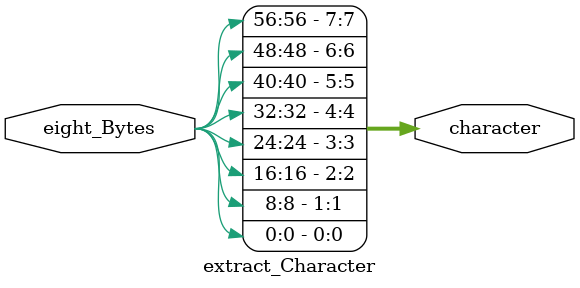
<source format=v>
`timescale 1ns / 1ps

module extract_Character(input [63:0] eight_Bytes,output [7:0] character);
//module extract_Character(input [63:0] eight_Bytes, eight_Bytes2,output [15:0] character);//output wire delimiter);
    assign character[0] = eight_Bytes[8*0];
    assign character[1] = eight_Bytes[8*1];
    assign character[2] = eight_Bytes[8*2];
    assign character[3] = eight_Bytes[8*3];
    assign character[4] = eight_Bytes[8*4];
    assign character[5] = eight_Bytes[8*5];
    assign character[6] = eight_Bytes[8*6];
    assign character[7] = eight_Bytes[8*7];
    
//    assign character[8] = eight_Bytes2[8*0];
//    assign character[9] = eight_Bytes2[8*1];
//    assign character[10] = eight_Bytes2[8*2];
//    assign character[11] = eight_Bytes2[8*3];
//    assign character[12] = eight_Bytes2[8*4];
//    assign character[13] = eight_Bytes2[8*5];
//    assign character[14] = eight_Bytes2[8*6];
//    assign character[15] = eight_Bytes2[8*7];
    
    //assign delimiter = (character == 8'd36) ? 1'b1 : 1'b0;
endmodule

</source>
